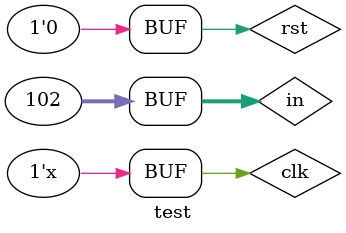
<source format=v>
module test;
  reg clk,rst;
  reg [31:0]in;
  system system(clk, rst,in) ;
  initial begin
    in=32'h5;
    clk=0;rst=0;
    #1 rst=1;
    #1 rst=0;
    #20000 in=32'h66;
  end
  always
    #10 clk=~clk;
endmodule
</source>
